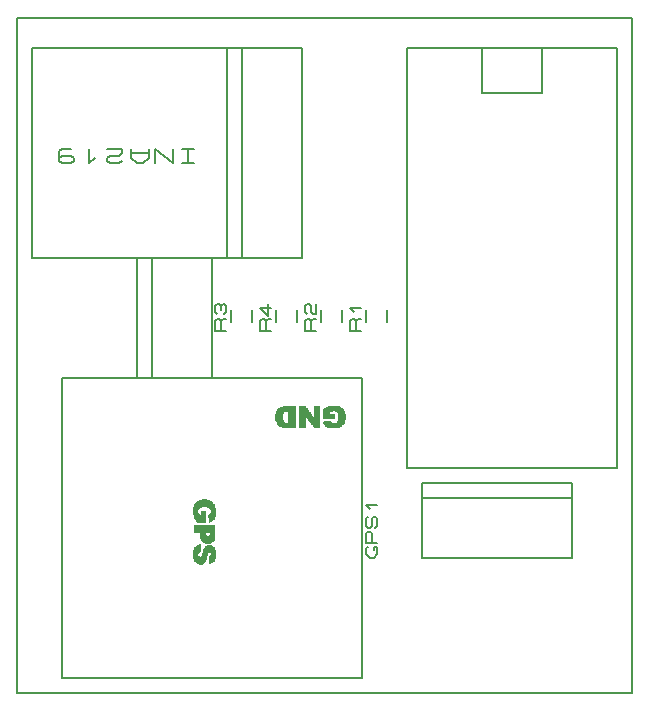
<source format=gbr>
G04 PROTEUS GERBER X2 FILE*
%TF.GenerationSoftware,Labcenter,Proteus,8.13-SP0-Build31525*%
%TF.CreationDate,2022-02-01T17:21:53+00:00*%
%TF.FileFunction,Legend,Top*%
%TF.FilePolarity,Positive*%
%TF.Part,Single*%
%TF.SameCoordinates,{1f8d9942-98d1-49a5-8421-286161f785e5}*%
%FSLAX45Y45*%
%MOMM*%
G01*
%TA.AperFunction,Material*%
%ADD18C,0.203200*%
%ADD19C,0.200000*%
%ADD70C,0.063500*%
%TA.AperFunction,Profile*%
%ADD17C,0.203200*%
%TD.AperFunction*%
D18*
X-12700000Y+254000D02*
X-12065000Y+254000D01*
X-12065000Y+1270000D01*
X-12700000Y+1270000D01*
X-12700000Y+254000D01*
X-12573000Y+254000D02*
X-12573000Y+1270000D01*
D19*
X-11340000Y+730000D02*
X-11340000Y+830000D01*
X-11520000Y+730000D02*
X-11520000Y+830000D01*
D18*
X-11560480Y+653000D02*
X-11651920Y+653000D01*
X-11651920Y+732375D01*
X-11636680Y+748250D01*
X-11621440Y+748250D01*
X-11606200Y+732375D01*
X-11606200Y+653000D01*
X-11606200Y+732375D02*
X-11590960Y+748250D01*
X-11560480Y+748250D01*
X-11590960Y+875250D02*
X-11590960Y+780000D01*
X-11651920Y+843500D01*
X-11560480Y+843500D01*
D19*
X-10959000Y+730000D02*
X-10959000Y+830000D01*
X-11139000Y+730000D02*
X-11139000Y+830000D01*
D18*
X-11179480Y+653000D02*
X-11270920Y+653000D01*
X-11270920Y+732375D01*
X-11255680Y+748250D01*
X-11240440Y+748250D01*
X-11225200Y+732375D01*
X-11225200Y+653000D01*
X-11225200Y+732375D02*
X-11209960Y+748250D01*
X-11179480Y+748250D01*
X-11255680Y+795875D02*
X-11270920Y+811750D01*
X-11270920Y+859375D01*
X-11255680Y+875250D01*
X-11240440Y+875250D01*
X-11225200Y+859375D01*
X-11225200Y+811750D01*
X-11209960Y+795875D01*
X-11179480Y+795875D01*
X-11179480Y+875250D01*
X-10414000Y-508000D02*
X-8636000Y-508000D01*
X-8636000Y+3048000D01*
X-10414000Y+3048000D01*
X-10414000Y-508000D01*
X-9779000Y+2667000D02*
X-9271000Y+2667000D01*
X-9271000Y+3048000D01*
X-9779000Y+3048000D01*
X-9779000Y+2667000D01*
X-11938000Y+1270000D02*
X-11303000Y+1270000D01*
X-11303000Y+3048000D01*
X-11938000Y+3048000D01*
X-11938000Y+1270000D01*
X-11811000Y+1270000D02*
X-11811000Y+3048000D01*
X-10287000Y-1270000D02*
X-9017000Y-1270000D01*
X-9017000Y-635000D01*
X-10287000Y-635000D01*
X-10287000Y-1270000D01*
X-10287000Y-762000D02*
X-9017000Y-762000D01*
D19*
X-10578000Y+730000D02*
X-10578000Y+830000D01*
X-10758000Y+730000D02*
X-10758000Y+830000D01*
D18*
X-10798480Y+653000D02*
X-10889920Y+653000D01*
X-10889920Y+732375D01*
X-10874680Y+748250D01*
X-10859440Y+748250D01*
X-10844200Y+732375D01*
X-10844200Y+653000D01*
X-10844200Y+732375D02*
X-10828960Y+748250D01*
X-10798480Y+748250D01*
X-10859440Y+811750D02*
X-10889920Y+843500D01*
X-10798480Y+843500D01*
X-13335000Y-2286000D02*
X-10795000Y-2286000D01*
X-10795000Y+254000D01*
X-13335000Y+254000D01*
X-13335000Y-2286000D01*
D70*
X-12221845Y-1267577D02*
X-12221845Y-1206617D01*
X-12221845Y-901817D02*
X-12221845Y-840857D01*
X-12216765Y-1282817D02*
X-12216765Y-1191377D01*
X-12216765Y-1049137D02*
X-12216765Y-993257D01*
X-12216765Y-922137D02*
X-12216765Y-825617D01*
X-12211685Y-1292977D02*
X-12211685Y-1181217D01*
X-12211685Y-1049137D02*
X-12211685Y-993257D01*
X-12211685Y-932297D02*
X-12211685Y-815457D01*
X-12206605Y-1298057D02*
X-12206605Y-1176137D01*
X-12206605Y-1049137D02*
X-12206605Y-993257D01*
X-12206605Y-942457D02*
X-12206605Y-805297D01*
X-12201525Y-1303137D02*
X-12201525Y-1171057D01*
X-12201525Y-1049137D02*
X-12201525Y-993257D01*
X-12201525Y-952617D02*
X-12201525Y-800217D01*
X-12196445Y-1308217D02*
X-12196445Y-1165977D01*
X-12196445Y-1049137D02*
X-12196445Y-993257D01*
X-12196445Y-957697D02*
X-12196445Y-795137D01*
X-12191365Y-1313297D02*
X-12191365Y-1165977D01*
X-12191365Y-1049137D02*
X-12191365Y-993257D01*
X-12191365Y-962777D02*
X-12191365Y-795137D01*
X-12186285Y-1313297D02*
X-12186285Y-1160897D01*
X-12186285Y-1049137D02*
X-12186285Y-993257D01*
X-12186285Y-962777D02*
X-12186285Y-790057D01*
X-12181205Y-1313297D02*
X-12181205Y-1252337D01*
X-12181205Y-1226937D02*
X-12181205Y-1160897D01*
X-12181205Y-1049137D02*
X-12181205Y-993257D01*
X-12181205Y-962777D02*
X-12181205Y-886577D01*
X-12181205Y-856097D02*
X-12181205Y-784977D01*
X-12176125Y-1318377D02*
X-12176125Y-1257417D01*
X-12176125Y-1216777D02*
X-12176125Y-1160897D01*
X-12176125Y-1049137D02*
X-12176125Y-993257D01*
X-12176125Y-962777D02*
X-12176125Y-901817D01*
X-12176125Y-845937D02*
X-12176125Y-784977D01*
X-12171045Y-1318377D02*
X-12171045Y-1262497D01*
X-12171045Y-1216777D02*
X-12171045Y-1155817D01*
X-12171045Y-1049137D02*
X-12171045Y-993257D01*
X-12171045Y-962777D02*
X-12171045Y-906897D01*
X-12171045Y-840857D02*
X-12171045Y-779897D01*
X-12165965Y-1318377D02*
X-12165965Y-1262497D01*
X-12165965Y-1211697D02*
X-12165965Y-1155817D01*
X-12165965Y-1049137D02*
X-12165965Y-993257D01*
X-12165965Y-962777D02*
X-12165965Y-906897D01*
X-12165965Y-835777D02*
X-12165965Y-779897D01*
X-12160885Y-1318377D02*
X-12160885Y-1262497D01*
X-12160885Y-1211697D02*
X-12160885Y-1160897D01*
X-12160885Y-1099937D02*
X-12160885Y-993257D01*
X-12160885Y-962777D02*
X-12160885Y-906897D01*
X-12160885Y-835777D02*
X-12160885Y-779897D01*
X-12155805Y-1318377D02*
X-12155805Y-1257417D01*
X-12155805Y-1115177D02*
X-12155805Y-993257D01*
X-12155805Y-962777D02*
X-12155805Y-871337D01*
X-12155805Y-835777D02*
X-12155805Y-779897D01*
X-12150725Y-1318377D02*
X-12150725Y-1247257D01*
X-12150725Y-1120257D02*
X-12150725Y-993257D01*
X-12150725Y-962777D02*
X-12150725Y-871337D01*
X-12150725Y-830697D02*
X-12150725Y-774817D01*
X-12145645Y-1313297D02*
X-12145645Y-1226937D01*
X-12145645Y-1125337D02*
X-12145645Y-993257D01*
X-12145645Y-962777D02*
X-12145645Y-871337D01*
X-12145645Y-830697D02*
X-12145645Y-774817D01*
X-12140565Y-1313297D02*
X-12140565Y-1206617D01*
X-12140565Y-1130417D02*
X-12140565Y-993257D01*
X-12140565Y-962777D02*
X-12140565Y-871337D01*
X-12140565Y-830697D02*
X-12140565Y-774817D01*
X-12135485Y-1308217D02*
X-12135485Y-1196457D01*
X-12135485Y-1135497D02*
X-12135485Y-993257D01*
X-12135485Y-962777D02*
X-12135485Y-871337D01*
X-12135485Y-830697D02*
X-12135485Y-774817D01*
X-12130405Y-1303137D02*
X-12130405Y-1186297D01*
X-12130405Y-1135497D02*
X-12130405Y-993257D01*
X-12130405Y-962777D02*
X-12130405Y-871337D01*
X-12130405Y-830697D02*
X-12130405Y-774817D01*
X-12125325Y-1298057D02*
X-12125325Y-1176137D01*
X-12125325Y-1135497D02*
X-12125325Y-993257D01*
X-12125325Y-962777D02*
X-12125325Y-871337D01*
X-12125325Y-830697D02*
X-12125325Y-774817D01*
X-12120245Y-1292977D02*
X-12120245Y-1171057D01*
X-12120245Y-1140577D02*
X-12120245Y-1074537D01*
X-12120245Y-1049137D02*
X-12120245Y-993257D01*
X-12120245Y-962777D02*
X-12120245Y-871337D01*
X-12120245Y-830697D02*
X-12120245Y-774817D01*
X-12115165Y-1282817D02*
X-12115165Y-1165977D01*
X-12115165Y-1140577D02*
X-12115165Y-1079617D01*
X-12115165Y-1049137D02*
X-12115165Y-993257D01*
X-12115165Y-830697D02*
X-12115165Y-774817D01*
X-12110085Y-1267577D02*
X-12110085Y-1165977D01*
X-12110085Y-1140577D02*
X-12110085Y-1084697D01*
X-12110085Y-1049137D02*
X-12110085Y-993257D01*
X-12110085Y-830697D02*
X-12110085Y-774817D01*
X-12105005Y-1247257D02*
X-12105005Y-1160897D01*
X-12105005Y-1140577D02*
X-12105005Y-1084697D01*
X-12105005Y-1049137D02*
X-12105005Y-993257D01*
X-12105005Y-835777D02*
X-12105005Y-779897D01*
X-12099925Y-1221857D02*
X-12099925Y-1160897D01*
X-12099925Y-1140577D02*
X-12099925Y-1084697D01*
X-12099925Y-1049137D02*
X-12099925Y-993257D01*
X-12099925Y-835777D02*
X-12099925Y-779897D01*
X-12094845Y-1216777D02*
X-12094845Y-1160897D01*
X-12094845Y-1140577D02*
X-12094845Y-1084697D01*
X-12094845Y-1049137D02*
X-12094845Y-993257D01*
X-12094845Y-922137D02*
X-12094845Y-906897D01*
X-12094845Y-840857D02*
X-12094845Y-779897D01*
X-12089765Y-1313297D02*
X-12089765Y-1257417D01*
X-12089765Y-1216777D02*
X-12089765Y-1160897D01*
X-12089765Y-1140577D02*
X-12089765Y-1079617D01*
X-12089765Y-1049137D02*
X-12089765Y-993257D01*
X-12089765Y-952617D02*
X-12089765Y-901817D01*
X-12089765Y-840857D02*
X-12089765Y-779897D01*
X-12084685Y-1313297D02*
X-12084685Y-1252337D01*
X-12084685Y-1216777D02*
X-12084685Y-1160897D01*
X-12084685Y-1140577D02*
X-12084685Y-1074537D01*
X-12084685Y-1049137D02*
X-12084685Y-993257D01*
X-12084685Y-962777D02*
X-12084685Y-896737D01*
X-12084685Y-845937D02*
X-12084685Y-784977D01*
X-12079605Y-1313297D02*
X-12079605Y-1247257D01*
X-12079605Y-1221857D02*
X-12079605Y-1160897D01*
X-12079605Y-1140577D02*
X-12079605Y-993257D01*
X-12079605Y-957697D02*
X-12079605Y-891657D01*
X-12079605Y-856097D02*
X-12079605Y-784977D01*
X-12074525Y-1308217D02*
X-12074525Y-1160897D01*
X-12074525Y-1135497D02*
X-12074525Y-993257D01*
X-12074525Y-957697D02*
X-12074525Y-790057D01*
X-12069445Y-1308217D02*
X-12069445Y-1165977D01*
X-12069445Y-1135497D02*
X-12069445Y-993257D01*
X-12069445Y-952617D02*
X-12069445Y-795137D01*
X-12064365Y-1303137D02*
X-12064365Y-1165977D01*
X-12064365Y-1130417D02*
X-12064365Y-993257D01*
X-12064365Y-952617D02*
X-12064365Y-800217D01*
X-12059285Y-1303137D02*
X-12059285Y-1171057D01*
X-12059285Y-1130417D02*
X-12059285Y-993257D01*
X-12059285Y-947537D02*
X-12059285Y-805297D01*
X-12054205Y-1298057D02*
X-12054205Y-1176137D01*
X-12054205Y-1125337D02*
X-12054205Y-993257D01*
X-12054205Y-942457D02*
X-12054205Y-810377D01*
X-12049125Y-1292977D02*
X-12049125Y-1181217D01*
X-12049125Y-1115177D02*
X-12049125Y-993257D01*
X-12049125Y-937377D02*
X-12049125Y-815457D01*
X-12044045Y-1282817D02*
X-12044045Y-1191377D01*
X-12044045Y-1105017D02*
X-12044045Y-993257D01*
X-12044045Y-927217D02*
X-12044045Y-825617D01*
X-12038965Y-1267577D02*
X-12038965Y-1206617D01*
X-12038965Y-911977D02*
X-12038965Y-845937D01*
X-11072981Y-165100D02*
X-11006941Y-165100D01*
X-11469221Y-160020D02*
X-11362541Y-160020D01*
X-11321901Y-160020D02*
X-11276181Y-160020D01*
X-11199981Y-160020D02*
X-11154261Y-160020D01*
X-11088221Y-160020D02*
X-10986621Y-160020D01*
X-11484461Y-154940D02*
X-11362541Y-154940D01*
X-11321901Y-154940D02*
X-11276181Y-154940D01*
X-11205061Y-154940D02*
X-11154261Y-154940D01*
X-11098381Y-154940D02*
X-10976461Y-154940D01*
X-11494621Y-149860D02*
X-11362541Y-149860D01*
X-11321901Y-149860D02*
X-11276181Y-149860D01*
X-11210141Y-149860D02*
X-11154261Y-149860D01*
X-11103461Y-149860D02*
X-10971381Y-149860D01*
X-11499701Y-144780D02*
X-11362541Y-144780D01*
X-11321901Y-144780D02*
X-11276181Y-144780D01*
X-11210141Y-144780D02*
X-11154261Y-144780D01*
X-11108541Y-144780D02*
X-10966301Y-144780D01*
X-11504781Y-139700D02*
X-11362541Y-139700D01*
X-11321901Y-139700D02*
X-11276181Y-139700D01*
X-11215221Y-139700D02*
X-11154261Y-139700D01*
X-11113621Y-139700D02*
X-10961221Y-139700D01*
X-11509861Y-134620D02*
X-11362541Y-134620D01*
X-11321901Y-134620D02*
X-11276181Y-134620D01*
X-11220301Y-134620D02*
X-11154261Y-134620D01*
X-11113621Y-134620D02*
X-10956141Y-134620D01*
X-11509861Y-129540D02*
X-11362541Y-129540D01*
X-11321901Y-129540D02*
X-11276181Y-129540D01*
X-11225381Y-129540D02*
X-11154261Y-129540D01*
X-11118701Y-129540D02*
X-10951061Y-129540D01*
X-11514941Y-124460D02*
X-11362541Y-124460D01*
X-11321901Y-124460D02*
X-11276181Y-124460D01*
X-11225381Y-124460D02*
X-11154261Y-124460D01*
X-11118701Y-124460D02*
X-11052661Y-124460D01*
X-11017101Y-124460D02*
X-10945981Y-124460D01*
X-11514941Y-119380D02*
X-11448901Y-119380D01*
X-11418421Y-119380D02*
X-11362541Y-119380D01*
X-11321901Y-119380D02*
X-11276181Y-119380D01*
X-11230461Y-119380D02*
X-11154261Y-119380D01*
X-11123781Y-119380D02*
X-11057741Y-119380D01*
X-11006941Y-119380D02*
X-10945981Y-119380D01*
X-11520021Y-114300D02*
X-11459061Y-114300D01*
X-11418421Y-114300D02*
X-11362541Y-114300D01*
X-11321901Y-114300D02*
X-11276181Y-114300D01*
X-11235541Y-114300D02*
X-11154261Y-114300D01*
X-11113621Y-114300D02*
X-11062821Y-114300D01*
X-11001861Y-114300D02*
X-10940901Y-114300D01*
X-11520021Y-109220D02*
X-11464141Y-109220D01*
X-11418421Y-109220D02*
X-11362541Y-109220D01*
X-11321901Y-109220D02*
X-11276181Y-109220D01*
X-11240621Y-109220D02*
X-11154261Y-109220D01*
X-11083141Y-109220D02*
X-11067901Y-109220D01*
X-11001861Y-109220D02*
X-10940901Y-109220D01*
X-11520021Y-104140D02*
X-11464141Y-104140D01*
X-11418421Y-104140D02*
X-11362541Y-104140D01*
X-11321901Y-104140D02*
X-11276181Y-104140D01*
X-11240621Y-104140D02*
X-11154261Y-104140D01*
X-10996781Y-104140D02*
X-10940901Y-104140D01*
X-11525101Y-99060D02*
X-11464141Y-99060D01*
X-11418421Y-99060D02*
X-11362541Y-99060D01*
X-11321901Y-99060D02*
X-11276181Y-99060D01*
X-11245701Y-99060D02*
X-11154261Y-99060D01*
X-10996781Y-99060D02*
X-10940901Y-99060D01*
X-11525101Y-93980D02*
X-11469221Y-93980D01*
X-11418421Y-93980D02*
X-11362541Y-93980D01*
X-11321901Y-93980D02*
X-11276181Y-93980D01*
X-11250781Y-93980D02*
X-11154261Y-93980D01*
X-10991701Y-93980D02*
X-10935821Y-93980D01*
X-11525101Y-88900D02*
X-11469221Y-88900D01*
X-11418421Y-88900D02*
X-11362541Y-88900D01*
X-11321901Y-88900D02*
X-11276181Y-88900D01*
X-11250781Y-88900D02*
X-11154261Y-88900D01*
X-10991701Y-88900D02*
X-10935821Y-88900D01*
X-11525101Y-83820D02*
X-11469221Y-83820D01*
X-11418421Y-83820D02*
X-11362541Y-83820D01*
X-11321901Y-83820D02*
X-11276181Y-83820D01*
X-11255861Y-83820D02*
X-11205061Y-83820D01*
X-11199981Y-83820D02*
X-11154261Y-83820D01*
X-11123781Y-83820D02*
X-11032341Y-83820D01*
X-10991701Y-83820D02*
X-10935821Y-83820D01*
X-11525101Y-78740D02*
X-11469221Y-78740D01*
X-11418421Y-78740D02*
X-11362541Y-78740D01*
X-11321901Y-78740D02*
X-11276181Y-78740D01*
X-11260941Y-78740D02*
X-11210141Y-78740D01*
X-11199981Y-78740D02*
X-11154261Y-78740D01*
X-11123781Y-78740D02*
X-11032341Y-78740D01*
X-10991701Y-78740D02*
X-10935821Y-78740D01*
X-11525101Y-73660D02*
X-11469221Y-73660D01*
X-11418421Y-73660D02*
X-11362541Y-73660D01*
X-11321901Y-73660D02*
X-11276181Y-73660D01*
X-11266021Y-73660D02*
X-11210141Y-73660D01*
X-11199981Y-73660D02*
X-11154261Y-73660D01*
X-11123781Y-73660D02*
X-11032341Y-73660D01*
X-10991701Y-73660D02*
X-10935821Y-73660D01*
X-11525101Y-68580D02*
X-11469221Y-68580D01*
X-11418421Y-68580D02*
X-11362541Y-68580D01*
X-11321901Y-68580D02*
X-11276181Y-68580D01*
X-11266021Y-68580D02*
X-11215221Y-68580D01*
X-11199981Y-68580D02*
X-11154261Y-68580D01*
X-11123781Y-68580D02*
X-11032341Y-68580D01*
X-10991701Y-68580D02*
X-10935821Y-68580D01*
X-11525101Y-63500D02*
X-11469221Y-63500D01*
X-11418421Y-63500D02*
X-11362541Y-63500D01*
X-11321901Y-63500D02*
X-11276181Y-63500D01*
X-11271101Y-63500D02*
X-11220301Y-63500D01*
X-11199981Y-63500D02*
X-11154261Y-63500D01*
X-11123781Y-63500D02*
X-11032341Y-63500D01*
X-10991701Y-63500D02*
X-10935821Y-63500D01*
X-11525101Y-58420D02*
X-11469221Y-58420D01*
X-11418421Y-58420D02*
X-11362541Y-58420D01*
X-11321901Y-58420D02*
X-11220301Y-58420D01*
X-11199981Y-58420D02*
X-11154261Y-58420D01*
X-11123781Y-58420D02*
X-11032341Y-58420D01*
X-10991701Y-58420D02*
X-10935821Y-58420D01*
X-11525101Y-53340D02*
X-11469221Y-53340D01*
X-11418421Y-53340D02*
X-11362541Y-53340D01*
X-11321901Y-53340D02*
X-11225381Y-53340D01*
X-11199981Y-53340D02*
X-11154261Y-53340D01*
X-11123781Y-53340D02*
X-11032341Y-53340D01*
X-10991701Y-53340D02*
X-10935821Y-53340D01*
X-11525101Y-48260D02*
X-11469221Y-48260D01*
X-11418421Y-48260D02*
X-11362541Y-48260D01*
X-11321901Y-48260D02*
X-11230461Y-48260D01*
X-11199981Y-48260D02*
X-11154261Y-48260D01*
X-11123781Y-48260D02*
X-11032341Y-48260D01*
X-10996781Y-48260D02*
X-10940901Y-48260D01*
X-11520021Y-43180D02*
X-11464141Y-43180D01*
X-11418421Y-43180D02*
X-11362541Y-43180D01*
X-11321901Y-43180D02*
X-11235541Y-43180D01*
X-11199981Y-43180D02*
X-11154261Y-43180D01*
X-11123781Y-43180D02*
X-11067901Y-43180D01*
X-10996781Y-43180D02*
X-10940901Y-43180D01*
X-11520021Y-38100D02*
X-11464141Y-38100D01*
X-11418421Y-38100D02*
X-11362541Y-38100D01*
X-11321901Y-38100D02*
X-11235541Y-38100D01*
X-11199981Y-38100D02*
X-11154261Y-38100D01*
X-11123781Y-38100D02*
X-11067901Y-38100D01*
X-10996781Y-38100D02*
X-10940901Y-38100D01*
X-11520021Y-33020D02*
X-11459061Y-33020D01*
X-11418421Y-33020D02*
X-11362541Y-33020D01*
X-11321901Y-33020D02*
X-11240621Y-33020D01*
X-11199981Y-33020D02*
X-11154261Y-33020D01*
X-11123781Y-33020D02*
X-11067901Y-33020D01*
X-11001861Y-33020D02*
X-10940901Y-33020D01*
X-11520021Y-27940D02*
X-11453981Y-27940D01*
X-11418421Y-27940D02*
X-11362541Y-27940D01*
X-11321901Y-27940D02*
X-11245701Y-27940D01*
X-11199981Y-27940D02*
X-11154261Y-27940D01*
X-11123781Y-27940D02*
X-11062821Y-27940D01*
X-11006941Y-27940D02*
X-10945981Y-27940D01*
X-11514941Y-22860D02*
X-11362541Y-22860D01*
X-11321901Y-22860D02*
X-11250781Y-22860D01*
X-11199981Y-22860D02*
X-11154261Y-22860D01*
X-11123781Y-22860D02*
X-11047581Y-22860D01*
X-11017101Y-22860D02*
X-10945981Y-22860D01*
X-11509861Y-17780D02*
X-11362541Y-17780D01*
X-11321901Y-17780D02*
X-11250781Y-17780D01*
X-11199981Y-17780D02*
X-11154261Y-17780D01*
X-11123781Y-17780D02*
X-10951061Y-17780D01*
X-11509861Y-12700D02*
X-11362541Y-12700D01*
X-11321901Y-12700D02*
X-11255861Y-12700D01*
X-11199981Y-12700D02*
X-11154261Y-12700D01*
X-11123781Y-12700D02*
X-10956141Y-12700D01*
X-11504781Y-7620D02*
X-11362541Y-7620D01*
X-11321901Y-7620D02*
X-11260941Y-7620D01*
X-11199981Y-7620D02*
X-11154261Y-7620D01*
X-11118701Y-7620D02*
X-10956141Y-7620D01*
X-11499701Y-2540D02*
X-11362541Y-2540D01*
X-11321901Y-2540D02*
X-11260941Y-2540D01*
X-11199981Y-2540D02*
X-11154261Y-2540D01*
X-11113621Y-2540D02*
X-10961221Y-2540D01*
X-11494621Y+2540D02*
X-11362541Y+2540D01*
X-11321901Y+2540D02*
X-11266021Y+2540D01*
X-11199981Y+2540D02*
X-11154261Y+2540D01*
X-11103461Y+2540D02*
X-10966301Y+2540D01*
X-11484461Y+7620D02*
X-11362541Y+7620D01*
X-11321901Y+7620D02*
X-11271101Y+7620D01*
X-11199981Y+7620D02*
X-11154261Y+7620D01*
X-11093301Y+7620D02*
X-10976461Y+7620D01*
X-11464141Y+12700D02*
X-11362541Y+12700D01*
X-11321901Y+12700D02*
X-11276181Y+12700D01*
X-11199981Y+12700D02*
X-11154261Y+12700D01*
X-11083141Y+12700D02*
X-10986621Y+12700D01*
X-11062821Y+17780D02*
X-11001861Y+17780D01*
D18*
X-10693400Y-1206500D02*
X-10693400Y-1174750D01*
X-10662920Y-1174750D01*
X-10662920Y-1238250D01*
X-10693400Y-1270000D01*
X-10723880Y-1270000D01*
X-10754360Y-1238250D01*
X-10754360Y-1190625D01*
X-10739120Y-1174750D01*
X-10662920Y-1143000D02*
X-10754360Y-1143000D01*
X-10754360Y-1063625D01*
X-10739120Y-1047750D01*
X-10723880Y-1047750D01*
X-10708640Y-1063625D01*
X-10708640Y-1143000D01*
X-10678160Y-1016000D02*
X-10662920Y-1000125D01*
X-10662920Y-936625D01*
X-10678160Y-920750D01*
X-10693400Y-920750D01*
X-10708640Y-936625D01*
X-10708640Y-1000125D01*
X-10723880Y-1016000D01*
X-10739120Y-1016000D01*
X-10754360Y-1000125D01*
X-10754360Y-936625D01*
X-10739120Y-920750D01*
X-10723880Y-857250D02*
X-10754360Y-825500D01*
X-10662920Y-825500D01*
D19*
X-11721000Y+730000D02*
X-11721000Y+830000D01*
X-11901000Y+730000D02*
X-11901000Y+830000D01*
D18*
X-11941480Y+653000D02*
X-12032920Y+653000D01*
X-12032920Y+732375D01*
X-12017680Y+748250D01*
X-12002440Y+748250D01*
X-11987200Y+732375D01*
X-11987200Y+653000D01*
X-11987200Y+732375D02*
X-11971960Y+748250D01*
X-11941480Y+748250D01*
X-12017680Y+795875D02*
X-12032920Y+811750D01*
X-12032920Y+859375D01*
X-12017680Y+875250D01*
X-12002440Y+875250D01*
X-11987200Y+859375D01*
X-11971960Y+875250D01*
X-11956720Y+875250D01*
X-11941480Y+859375D01*
X-11941480Y+811750D01*
X-11956720Y+795875D01*
X-11987200Y+827625D02*
X-11987200Y+859375D01*
X-13589000Y+1270000D02*
X-11938000Y+1270000D01*
X-11938000Y+3048000D01*
X-13589000Y+3048000D01*
X-13589000Y+1270000D01*
X-12217400Y+2072640D02*
X-12319000Y+2072640D01*
X-12268200Y+2072640D02*
X-12268200Y+2194560D01*
X-12217400Y+2194560D02*
X-12319000Y+2194560D01*
X-12395200Y+2194560D02*
X-12395200Y+2072640D01*
X-12547600Y+2194560D01*
X-12547600Y+2072640D01*
X-12598400Y+2194560D02*
X-12598400Y+2113280D01*
X-12649200Y+2072640D01*
X-12700000Y+2072640D01*
X-12750800Y+2113280D01*
X-12750800Y+2194560D01*
X-12598400Y+2153920D02*
X-12750800Y+2153920D01*
X-12827000Y+2092960D02*
X-12852400Y+2072640D01*
X-12928600Y+2072640D01*
X-12954000Y+2092960D01*
X-12954000Y+2113280D01*
X-12928600Y+2133600D01*
X-12852400Y+2133600D01*
X-12827000Y+2153920D01*
X-12827000Y+2194560D01*
X-12954000Y+2194560D01*
X-13055600Y+2113280D02*
X-13106400Y+2072640D01*
X-13106400Y+2194560D01*
X-13360400Y+2113280D02*
X-13335000Y+2133600D01*
X-13258800Y+2133600D01*
X-13233400Y+2113280D01*
X-13233400Y+2092960D01*
X-13258800Y+2072640D01*
X-13335000Y+2072640D01*
X-13360400Y+2092960D01*
X-13360400Y+2174240D01*
X-13335000Y+2194560D01*
X-13258800Y+2194560D01*
D17*
X-13716000Y-2413000D02*
X-8509000Y-2413000D01*
X-8509000Y+3302000D01*
X-13716000Y+3302000D01*
X-13716000Y-2413000D01*
M02*

</source>
